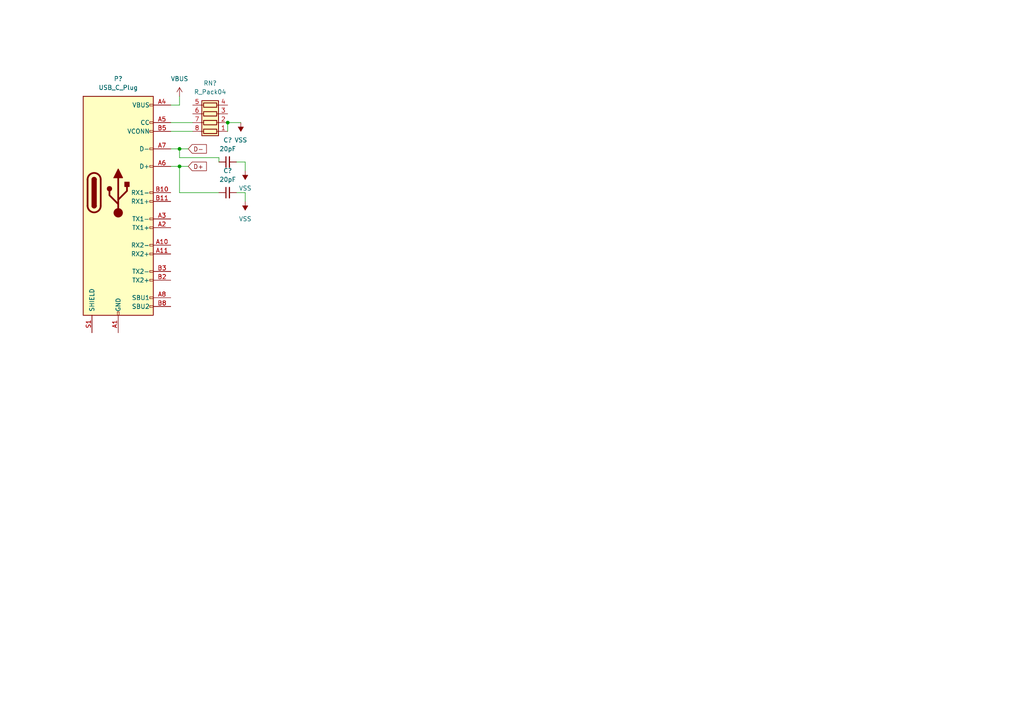
<source format=kicad_sch>
(kicad_sch (version 20211123) (generator eeschema)
  (paper "A4")
  (lib_symbols
    (symbol "Connector:USB_C_Plug" (pin_names (offset 1.016))
      (property "Reference" "P" (at -10.16 29.21 0))
      (property "Value" "USB_C_Plug" (at 10.16 29.21 0))
      (symbol "USB_C_Plug_0_0"
        (rectangle (start -0.254 -35.56) (end 0.254 -34.544))
        (rectangle (start 10.16 -32.766) (end 9.144 -33.274))
        (rectangle (start 10.16 -30.226) (end 9.144 -30.734))
        (rectangle (start 10.16 -25.146) (end 9.144 -25.654))
        (rectangle (start 10.16 -22.606) (end 9.144 -23.114))
        (rectangle (start 10.16 -17.526) (end 9.144 -18.034))
        (rectangle (start 10.16 -14.986) (end 9.144 -15.494))
        (rectangle (start 10.16 -9.906) (end 9.144 -10.414))
        (rectangle (start 10.16 -7.366) (end 9.144 -7.874))
        (rectangle (start 10.16 -2.286) (end 9.144 -2.794))
        (rectangle (start 10.16 0.254) (end 9.144 -0.254))
        (rectangle (start 10.16 7.874) (end 9.144 7.366))
        (rectangle (start 10.16 12.954) (end 9.144 12.446))
        (rectangle (start 10.16 18.034) (end 9.144 17.526))
        (rectangle (start 10.16 20.574) (end 9.144 20.066))
        (rectangle (start 10.16 25.654) (end 9.144 25.146))
      )
      (symbol "USB_C_Plug_0_1"
        (rectangle (start -10.16 27.94) (end 10.16 -35.56) (stroke (width 0.254)) (fill (type background)))
        (arc (start -8.89 -3.81) (mid -6.985 -5.715) (end -5.08 -3.81) (stroke (width 0.508)))
        (arc (start -7.62 -3.81) (mid -6.985 -4.445) (end -6.35 -3.81) (stroke (width 0.254)))
        (arc (start -7.62 -3.81) (mid -6.985 -4.445) (end -6.35 -3.81) (stroke (width 0.254)) (fill (type outline)))
        (rectangle (start -7.62 -3.81) (end -6.35 3.81) (stroke (width 0.254)) (fill (type outline)))
        (arc (start -6.35 3.81) (mid -6.985 4.445) (end -7.62 3.81) (stroke (width 0.254)))
        (arc (start -6.35 3.81) (mid -6.985 4.445) (end -7.62 3.81) (stroke (width 0.254)) (fill (type outline)))
        (arc (start -5.08 3.81) (mid -6.985 5.715) (end -8.89 3.81) (stroke (width 0.508)))
        (polyline (pts (xy -8.89 -3.81) (xy -8.89 3.81)) (stroke (width 0.508)))
        (polyline (pts (xy -5.08 3.81) (xy -5.08 -3.81)) (stroke (width 0.508)))
      )
      (symbol "USB_C_Plug_1_1"
        (circle (center -2.54 1.143) (radius 0.635) (stroke (width 0.254)) (fill (type outline)))
        (circle (center 0 -5.842) (radius 1.27) (fill (type outline)))
        (polyline (pts (xy 0 -5.842) (xy 0 4.318)) (stroke (width 0.508)))
        (polyline (pts (xy 0 -3.302) (xy -2.54 -0.762) (xy -2.54 0.508)) (stroke (width 0.508)))
        (polyline (pts (xy 0 -2.032) (xy 2.54 0.508) (xy 2.54 1.778)) (stroke (width 0.508)))
        (polyline (pts (xy -1.27 4.318) (xy 0 6.858) (xy 1.27 4.318) (xy -1.27 4.318)) (stroke (width 0.254)) (fill (type outline)))
        (rectangle (start 1.905 1.778) (end 3.175 3.048) (stroke (width 0.254)) (fill (type outline)))
        (pin passive line (at 0 -40.64 90) (length 5.08) (name "GND") (number "A1"))
        (pin bidirectional line (at 15.24 -15.24 180) (length 5.08) (name "RX2-") (number "A10"))
        (pin bidirectional line (at 15.24 -17.78 180) (length 5.08) (name "RX2+") (number "A11"))
        (pin passive line (at 0 -40.64 90) (length 5.08) hide (name "GND") (number "A12"))
        (pin bidirectional line (at 15.24 -10.16 180) (length 5.08) (name "TX1+") (number "A2"))
        (pin bidirectional line (at 15.24 -7.62 180) (length 5.08) (name "TX1-") (number "A3"))
        (pin passive line (at 15.24 25.4 180) (length 5.08) (name "VBUS") (number "A4"))
        (pin bidirectional line (at 15.24 20.32 180) (length 5.08) (name "CC") (number "A5"))
        (pin bidirectional line (at 15.24 7.62 180) (length 5.08) (name "D+") (number "A6"))
        (pin bidirectional line (at 15.24 12.7 180) (length 5.08) (name "D-") (number "A7"))
        (pin bidirectional line (at 15.24 -30.48 180) (length 5.08) (name "SBU1") (number "A8"))
        (pin passive line (at 15.24 25.4 180) (length 5.08) hide (name "VBUS") (number "A9"))
        (pin passive line (at 0 -40.64 90) (length 5.08) hide (name "GND") (number "B1"))
        (pin bidirectional line (at 15.24 0 180) (length 5.08) (name "RX1-") (number "B10"))
        (pin bidirectional line (at 15.24 -2.54 180) (length 5.08) (name "RX1+") (number "B11"))
        (pin passive line (at 0 -40.64 90) (length 5.08) hide (name "GND") (number "B12"))
        (pin bidirectional line (at 15.24 -25.4 180) (length 5.08) (name "TX2+") (number "B2"))
        (pin bidirectional line (at 15.24 -22.86 180) (length 5.08) (name "TX2-") (number "B3"))
        (pin passive line (at 15.24 25.4 180) (length 5.08) hide (name "VBUS") (number "B4"))
        (pin bidirectional line (at 15.24 17.78 180) (length 5.08) (name "VCONN") (number "B5"))
        (pin bidirectional line (at 15.24 -33.02 180) (length 5.08) (name "SBU2") (number "B8"))
        (pin passive line (at 15.24 25.4 180) (length 5.08) hide (name "VBUS") (number "B9"))
        (pin passive line (at -7.62 -40.64 90) (length 5.08) (name "SHIELD") (number "S1"))
      )
    )
    (symbol "Device:C_Small" (pin_numbers hide) (pin_names (offset 0.254) hide)
      (property "Reference" "C" (at 0.254 1.778 0))
      (property "Value" "C_Small" (at 0.254 -2.032 0))
      (symbol "C_Small_0_1"
        (polyline (pts (xy -1.524 -0.508) (xy 1.524 -0.508)) (stroke (width 0.3302)))
        (polyline (pts (xy -1.524 0.508) (xy 1.524 0.508)) (stroke (width 0.3048)))
      )
      (symbol "C_Small_1_1"
        (pin passive line (at 0 2.54 270) (length 2.032) (name "~") (number "1"))
        (pin passive line (at 0 -2.54 90) (length 2.032) (name "~") (number "2"))
      )
    )
    (symbol "Device:R_Pack04" (pin_names (offset 0) hide)
      (property "Reference" "RN" (at -7.62 0 90))
      (property "Value" "R_Pack04" (at 5.08 0 90))
      (symbol "R_Pack04_0_1"
        (rectangle (start -6.35 -2.413) (end 3.81 2.413) (stroke (width 0.254)) (fill (type background)))
        (rectangle (start -5.715 1.905) (end -4.445 -1.905) (stroke (width 0.254)))
        (rectangle (start -3.175 1.905) (end -1.905 -1.905) (stroke (width 0.254)))
        (rectangle (start -0.635 1.905) (end 0.635 -1.905) (stroke (width 0.254)))
        (polyline (pts (xy -5.08 -2.54) (xy -5.08 -1.905)))
        (polyline (pts (xy -5.08 1.905) (xy -5.08 2.54)))
        (polyline (pts (xy -2.54 -2.54) (xy -2.54 -1.905)))
        (polyline (pts (xy -2.54 1.905) (xy -2.54 2.54)))
        (polyline (pts (xy 0 -2.54) (xy 0 -1.905)))
        (polyline (pts (xy 0 1.905) (xy 0 2.54)))
        (polyline (pts (xy 2.54 -2.54) (xy 2.54 -1.905)))
        (polyline (pts (xy 2.54 1.905) (xy 2.54 2.54)))
        (rectangle (start 1.905 1.905) (end 3.175 -1.905) (stroke (width 0.254)))
      )
      (symbol "R_Pack04_1_1"
        (pin passive line (at -5.08 -5.08 90) (length 2.54) (name "R1.1") (number "1"))
        (pin passive line (at -2.54 -5.08 90) (length 2.54) (name "R2.1") (number "2"))
        (pin passive line (at 0 -5.08 90) (length 2.54) (name "R3.1") (number "3"))
        (pin passive line (at 2.54 -5.08 90) (length 2.54) (name "R4.1") (number "4"))
        (pin passive line (at 2.54 5.08 270) (length 2.54) (name "R4.2") (number "5"))
        (pin passive line (at 0 5.08 270) (length 2.54) (name "R3.2") (number "6"))
        (pin passive line (at -2.54 5.08 270) (length 2.54) (name "R2.2") (number "7"))
        (pin passive line (at -5.08 5.08 270) (length 2.54) (name "R1.2") (number "8"))
      )
    )
    (symbol "power:VBUS" (power) (pin_names (offset 0))
      (property "Value" "VBUS" (at 0 3.81 0))
      (symbol "VBUS_0_1"
        (polyline (pts (xy -0.762 1.27) (xy 0 2.54)))
        (polyline (pts (xy 0 0) (xy 0 2.54)))
        (polyline (pts (xy 0 2.54) (xy 0.762 1.27)))
      )
      (symbol "VBUS_1_1"
        (pin power_in line (at 0 0 90) (length 0) hide (name "VBUS") (number "1"))
      )
    )
    (symbol "power:VSS" (power) (pin_names (offset 0))
      (property "Value" "VSS" (at 0 3.81 0))
      (symbol "VSS_0_1"
        (polyline (pts (xy 0 0) (xy 0 2.54)))
        (polyline (pts (xy 0.762 1.27) (xy -0.762 1.27) (xy 0 2.54) (xy 0.762 1.27)) (fill (type outline)))
      )
      (symbol "VSS_1_1"
        (pin power_in line (at 0 0 90) (length 0) hide (name "VSS") (number "1"))
      )
    )
  )
  (junction (at 52.07 48.26))
  (junction (at 66.04 35.56))
  (junction (at 52.07 43.18))
  (wire (pts (xy 52.07 43.18) (xy 54.61 43.18)))
  (wire (pts (xy 52.07 48.26) (xy 52.07 55.88)))
  (wire (pts (xy 68.58 55.88) (xy 71.12 55.88)))
  (wire (pts (xy 49.53 43.18) (xy 52.07 43.18)))
  (wire (pts (xy 49.53 35.56) (xy 55.88 35.56)))
  (wire (pts (xy 52.07 55.88) (xy 63.5 55.88)))
  (wire (pts (xy 52.07 45.72) (xy 63.5 45.72)))
  (wire (pts (xy 63.5 45.72) (xy 63.5 46.99)))
  (wire (pts (xy 49.53 48.26) (xy 52.07 48.26)))
  (wire (pts (xy 49.53 38.1) (xy 55.88 38.1)))
  (wire (pts (xy 68.58 46.99) (xy 71.12 46.99)))
  (wire (pts (xy 52.07 48.26) (xy 54.61 48.26)))
  (wire (pts (xy 52.07 30.48) (xy 52.07 27.94)))
  (wire (pts (xy 66.04 35.56) (xy 69.85 35.56)))
  (wire (pts (xy 71.12 46.99) (xy 71.12 49.53)))
  (wire (pts (xy 66.04 35.56) (xy 66.04 38.1)))
  (wire (pts (xy 71.12 55.88) (xy 71.12 58.42)))
  (wire (pts (xy 52.07 43.18) (xy 52.07 45.72)))
  (wire (pts (xy 49.53 30.48) (xy 52.07 30.48)))
  (global_label "D+" (shape input) (at 54.61 48.26 0) (property "Intersheet References" "${INTERSHEET_REFS}" (effects hide)))
  (global_label "D-" (shape input) (at 54.61 43.18 0) (property "Intersheet References" "${INTERSHEET_REFS}" (effects hide)))
  (symbol (lib_id "power:VSS") (at 71.12 58.42 180) (unit 1)
    (property "Reference" "#PWR?" (effects hide))
    (property "Value" "VSS" (at 71.12 63.5 0))
  )
  (symbol (lib_id "power:VSS") (at 69.85 35.56 180) (unit 1)
    (property "Reference" "#PWR?" (effects hide))
    (property "Value" "VSS" (at 69.85 40.64 0))
  )
  (symbol (lib_id "power:VBUS") (at 52.07 27.94 0) (unit 1)
    (property "Reference" "#PWR?" (effects hide))
    (property "Value" "VBUS" (at 52.07 22.86 0))
  )
  (symbol (lib_id "power:VSS") (at 71.12 49.53 180) (unit 1)
    (property "Reference" "#PWR?" (effects hide))
    (property "Value" "VSS" (at 71.12 54.61 0))
  )
  (symbol (lib_id "Device:C_Small") (at 66.04 46.99 90) (unit 1)
    (property "Reference" "C?" (at 66.0463 40.64 90))
    (property "Value" "20pF" (at 66.0463 43.18 90))
  )
  (symbol (lib_id "Device:C_Small") (at 66.04 55.88 90) (unit 1)
    (property "Reference" "C?" (at 66.0463 49.53 90))
    (property "Value" "20pF" (at 66.0463 52.07 90))
  )
  (symbol (lib_id "Connector:USB_C_Plug") (at 34.29 55.88 0) (unit 1)
    (property "Reference" "P?" (at 34.29 22.86 0))
    (property "Value" "USB_C_Plug" (at 34.29 25.4 0))
    (property "Datasheet" "https://www.usb.org/sites/default/files/documents/usb_type-c.zip" (effects hide))
  )
  (symbol (lib_id "Device:R_Pack04") (at 60.96 33.02 90) (unit 1)
    (property "Reference" "RN?" (at 60.96 24.13 90))
    (property "Value" "R_Pack04" (at 60.96 26.67 90))
  )
)
</source>
